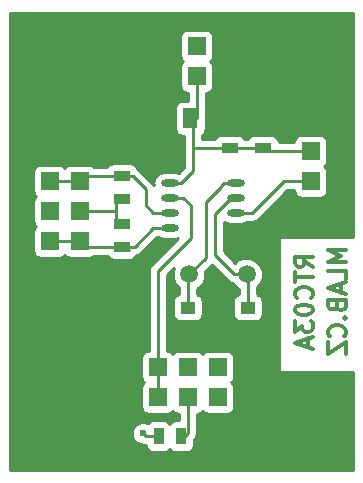
<source format=gbr>
%TF.GenerationSoftware,KiCad,Pcbnew,no-vcs-found-e5c4cfc~61~ubuntu16.04.1*%
%TF.CreationDate,2017-11-06T10:15:23+01:00*%
%TF.ProjectId,RTC03A,5254433033412E6B696361645F706362,REV*%
%TF.SameCoordinates,Original*%
%TF.FileFunction,Copper,L2,Bot,Signal*%
%TF.FilePolarity,Positive*%
%FSLAX46Y46*%
G04 Gerber Fmt 4.6, Leading zero omitted, Abs format (unit mm)*
G04 Created by KiCad (PCBNEW no-vcs-found-e5c4cfc~61~ubuntu16.04.1) date Mon Nov  6 10:15:23 2017*
%MOMM*%
%LPD*%
G01*
G04 APERTURE LIST*
%ADD10C,0.300000*%
%ADD11C,1.501140*%
%ADD12R,1.397000X0.889000*%
%ADD13R,1.300480X1.699260*%
%ADD14R,1.250000X1.000000*%
%ADD15O,1.473200X0.609600*%
%ADD16R,0.889000X1.397000*%
%ADD17C,6.000000*%
%ADD18R,1.524000X1.524000*%
%ADD19C,0.600000*%
%ADD20C,0.250000*%
%ADD21C,0.254000*%
%ADD22C,0.350000*%
G04 APERTURE END LIST*
D10*
X26332571Y17914572D02*
X25618285Y18414572D01*
X26332571Y18771715D02*
X24832571Y18771715D01*
X24832571Y18200286D01*
X24904000Y18057429D01*
X24975428Y17986000D01*
X25118285Y17914572D01*
X25332571Y17914572D01*
X25475428Y17986000D01*
X25546857Y18057429D01*
X25618285Y18200286D01*
X25618285Y18771715D01*
X24832571Y17486000D02*
X24832571Y16628858D01*
X26332571Y17057429D02*
X24832571Y17057429D01*
X26189714Y15271715D02*
X26261142Y15343143D01*
X26332571Y15557429D01*
X26332571Y15700286D01*
X26261142Y15914572D01*
X26118285Y16057429D01*
X25975428Y16128858D01*
X25689714Y16200286D01*
X25475428Y16200286D01*
X25189714Y16128858D01*
X25046857Y16057429D01*
X24904000Y15914572D01*
X24832571Y15700286D01*
X24832571Y15557429D01*
X24904000Y15343143D01*
X24975428Y15271715D01*
X24832571Y14343143D02*
X24832571Y14200286D01*
X24904000Y14057429D01*
X24975428Y13986000D01*
X25118285Y13914572D01*
X25404000Y13843143D01*
X25761142Y13843143D01*
X26046857Y13914572D01*
X26189714Y13986000D01*
X26261142Y14057429D01*
X26332571Y14200286D01*
X26332571Y14343143D01*
X26261142Y14486000D01*
X26189714Y14557429D01*
X26046857Y14628858D01*
X25761142Y14700286D01*
X25404000Y14700286D01*
X25118285Y14628858D01*
X24975428Y14557429D01*
X24904000Y14486000D01*
X24832571Y14343143D01*
X24832571Y13343143D02*
X24832571Y12414572D01*
X25404000Y12914572D01*
X25404000Y12700286D01*
X25475428Y12557429D01*
X25546857Y12486000D01*
X25689714Y12414572D01*
X26046857Y12414572D01*
X26189714Y12486000D01*
X26261142Y12557429D01*
X26332571Y12700286D01*
X26332571Y13128858D01*
X26261142Y13271715D01*
X26189714Y13343143D01*
X25904000Y11843143D02*
X25904000Y11128858D01*
X26332571Y11986000D02*
X24832571Y11486000D01*
X26332571Y10986000D01*
X29126571Y19307429D02*
X27626571Y19307429D01*
X28698000Y18807429D01*
X27626571Y18307429D01*
X29126571Y18307429D01*
X29126571Y16878858D02*
X29126571Y17593143D01*
X27626571Y17593143D01*
X28698000Y16450286D02*
X28698000Y15736000D01*
X29126571Y16593143D02*
X27626571Y16093143D01*
X29126571Y15593143D01*
X28340857Y14593143D02*
X28412285Y14378858D01*
X28483714Y14307429D01*
X28626571Y14236000D01*
X28840857Y14236000D01*
X28983714Y14307429D01*
X29055142Y14378858D01*
X29126571Y14521715D01*
X29126571Y15093143D01*
X27626571Y15093143D01*
X27626571Y14593143D01*
X27698000Y14450286D01*
X27769428Y14378858D01*
X27912285Y14307429D01*
X28055142Y14307429D01*
X28198000Y14378858D01*
X28269428Y14450286D01*
X28340857Y14593143D01*
X28340857Y15093143D01*
X28983714Y13593143D02*
X29055142Y13521715D01*
X29126571Y13593143D01*
X29055142Y13664572D01*
X28983714Y13593143D01*
X29126571Y13593143D01*
X28983714Y12021715D02*
X29055142Y12093143D01*
X29126571Y12307429D01*
X29126571Y12450286D01*
X29055142Y12664572D01*
X28912285Y12807429D01*
X28769428Y12878858D01*
X28483714Y12950286D01*
X28269428Y12950286D01*
X27983714Y12878858D01*
X27840857Y12807429D01*
X27698000Y12664572D01*
X27626571Y12450286D01*
X27626571Y12307429D01*
X27698000Y12093143D01*
X27769428Y12021715D01*
X27626571Y11521715D02*
X27626571Y10521715D01*
X29126571Y11521715D01*
X29126571Y10521715D01*
D11*
X15847060Y17272000D03*
X20728940Y17272000D03*
D12*
X22098000Y29908500D03*
X22098000Y28003500D03*
X19304000Y29908500D03*
X19304000Y28003500D03*
D13*
X15974060Y30480000D03*
X12473940Y30480000D03*
D14*
X20828000Y12462000D03*
X20828000Y14462000D03*
X15748000Y12462000D03*
X15748000Y14462000D03*
D15*
X14224000Y25019000D03*
X14224000Y23749000D03*
X14224000Y22479000D03*
X14224000Y21209000D03*
X19812000Y21209000D03*
X19812000Y22479000D03*
X19812000Y23749000D03*
X19812000Y25019000D03*
D16*
X15176500Y3556000D03*
X13271500Y3556000D03*
D12*
X10160000Y25590500D03*
X10160000Y23685500D03*
D17*
X25654000Y35306000D03*
X5334000Y35306000D03*
X25654000Y4826000D03*
X5334000Y4826000D03*
D18*
X18288000Y9398000D03*
X18288000Y6858000D03*
X15748000Y9398000D03*
X15748000Y6858000D03*
X13208000Y6858000D03*
X13208000Y9398000D03*
X6604000Y17526000D03*
X4064000Y17526000D03*
X6604000Y20066000D03*
X4064000Y20066000D03*
X6604000Y22606000D03*
X4064000Y22606000D03*
X6604000Y25146000D03*
X4064000Y25146000D03*
X6604000Y27686000D03*
X4064000Y27686000D03*
X13970000Y34036000D03*
X13970000Y36576000D03*
X16510000Y34036000D03*
X16510000Y36576000D03*
X19050000Y34036000D03*
X19050000Y36576000D03*
X26162000Y27686000D03*
X26162000Y25146000D03*
X26162000Y22606000D03*
D12*
X10160000Y21526500D03*
X10160000Y19621500D03*
D19*
X11938000Y3810000D03*
D20*
X12192000Y3556000D02*
X13271500Y3556000D01*
X11938000Y3810000D02*
X12192000Y3556000D01*
X16228060Y26036460D02*
X16228060Y27940000D01*
X19304000Y28003500D02*
X16291560Y28003500D01*
X16228060Y27940000D02*
X16228060Y29888370D01*
X16291560Y28003500D02*
X16228060Y27940000D01*
X22098000Y28003500D02*
X19304000Y28003500D01*
X26162000Y27686000D02*
X22415500Y27686000D01*
X22415500Y27686000D02*
X22098000Y28003500D01*
X16228060Y30988000D02*
X16228060Y29888370D01*
X14351000Y24892000D02*
X14224000Y25019000D01*
X14224000Y25019000D02*
X15210600Y25019000D01*
X15210600Y25019000D02*
X16228060Y26036460D01*
X9652000Y21272500D02*
X9652000Y22606000D01*
X9652000Y22606000D02*
X9652000Y23431500D01*
X6604000Y22606000D02*
X9652000Y22606000D01*
X14224000Y25019000D02*
X13792200Y25019000D01*
X16510000Y34036000D02*
X16510000Y30480000D01*
X15176500Y3556000D02*
X15494000Y3556000D01*
X15494000Y3556000D02*
X15748000Y3810000D01*
X15748000Y3810000D02*
X15748000Y6858000D01*
X18542000Y24638000D02*
X18542000Y24735600D01*
X18542000Y24735600D02*
X18825400Y25019000D01*
X18825400Y25019000D02*
X19812000Y25019000D01*
X17272000Y23368000D02*
X18542000Y24638000D01*
X17272000Y18696940D02*
X17272000Y23368000D01*
X15847060Y17272000D02*
X17272000Y18696940D01*
X15748000Y14462000D02*
X15748000Y17172940D01*
X15748000Y17172940D02*
X15847060Y17272000D01*
X20828000Y14462000D02*
X20828000Y17172940D01*
X20828000Y17172940D02*
X20728940Y17272000D01*
X18034000Y18905474D02*
X18034000Y22402800D01*
X18034000Y22402800D02*
X19380200Y23749000D01*
X19380200Y23749000D02*
X19812000Y23749000D01*
X20728940Y17272000D02*
X19667474Y17272000D01*
X19667474Y17272000D02*
X18034000Y18905474D01*
X13208000Y6858000D02*
X13208000Y7870000D01*
X13208000Y7870000D02*
X13208000Y9398000D01*
X16002000Y23114000D02*
X15367000Y23749000D01*
X15367000Y23749000D02*
X14224000Y23749000D01*
X16002000Y20320000D02*
X16002000Y23114000D01*
X13208000Y17526000D02*
X16002000Y20320000D01*
X13208000Y9398000D02*
X13208000Y17526000D01*
X10160000Y19621500D02*
X7048500Y19621500D01*
X7048500Y19621500D02*
X6604000Y20066000D01*
X10160000Y19621500D02*
X11239500Y19621500D01*
X12827000Y21209000D02*
X14224000Y21209000D01*
X11239500Y19621500D02*
X12827000Y21209000D01*
X6604000Y20066000D02*
X4064000Y20066000D01*
X10731500Y19367500D02*
X9652000Y19367500D01*
X10160000Y25590500D02*
X7048500Y25590500D01*
X7048500Y25590500D02*
X6604000Y25146000D01*
X10160000Y25590500D02*
X11112500Y25590500D01*
X12827000Y22479000D02*
X14224000Y22479000D01*
X12192000Y23114000D02*
X12827000Y22479000D01*
X12192000Y24511000D02*
X12192000Y23114000D01*
X11112500Y25590500D02*
X12192000Y24511000D01*
X6604000Y25146000D02*
X4064000Y25146000D01*
X14224000Y22479000D02*
X13792200Y22479000D01*
X21209000Y22479000D02*
X23876000Y25146000D01*
X23876000Y25146000D02*
X26162000Y25146000D01*
X19812000Y22479000D02*
X21209000Y22479000D01*
D21*
G36*
X29770000Y20449572D02*
X26658000Y20449572D01*
X26658000Y20447000D01*
X23622000Y20447000D01*
X23573399Y20437333D01*
X23532197Y20409803D01*
X23504667Y20368601D01*
X23495000Y20320000D01*
X23495000Y9144000D01*
X23504667Y9095399D01*
X23532197Y9054197D01*
X23573399Y9026667D01*
X23622000Y9017000D01*
X29770000Y9017000D01*
X29770000Y710000D01*
X710000Y710000D01*
X710000Y25908000D01*
X2654560Y25908000D01*
X2654560Y24384000D01*
X2703843Y24136235D01*
X2844191Y23926191D01*
X2919307Y23876000D01*
X2844191Y23825809D01*
X2703843Y23615765D01*
X2654560Y23368000D01*
X2654560Y21844000D01*
X2703843Y21596235D01*
X2844191Y21386191D01*
X2919307Y21336000D01*
X2844191Y21285809D01*
X2703843Y21075765D01*
X2654560Y20828000D01*
X2654560Y19304000D01*
X2703843Y19056235D01*
X2844191Y18846191D01*
X3054235Y18705843D01*
X3302000Y18656560D01*
X4826000Y18656560D01*
X5073765Y18705843D01*
X5283809Y18846191D01*
X5334000Y18921307D01*
X5384191Y18846191D01*
X5594235Y18705843D01*
X5842000Y18656560D01*
X7366000Y18656560D01*
X7613765Y18705843D01*
X7823809Y18846191D01*
X7834038Y18861500D01*
X8908602Y18861500D01*
X9003691Y18719191D01*
X9213735Y18578843D01*
X9461500Y18529560D01*
X10858500Y18529560D01*
X11106265Y18578843D01*
X11316309Y18719191D01*
X11437747Y18900934D01*
X11530339Y18919352D01*
X11776901Y19084099D01*
X13141802Y20449000D01*
X13243657Y20449000D01*
X13405683Y20340738D01*
X13765329Y20269200D01*
X14682671Y20269200D01*
X14924501Y20317303D01*
X12670599Y18063401D01*
X12505852Y17816839D01*
X12448000Y17526000D01*
X12448000Y10807440D01*
X12446000Y10807440D01*
X12198235Y10758157D01*
X11988191Y10617809D01*
X11847843Y10407765D01*
X11798560Y10160000D01*
X11798560Y8636000D01*
X11847843Y8388235D01*
X11988191Y8178191D01*
X12063307Y8128000D01*
X11988191Y8077809D01*
X11847843Y7867765D01*
X11798560Y7620000D01*
X11798560Y6096000D01*
X11847843Y5848235D01*
X11988191Y5638191D01*
X12198235Y5497843D01*
X12446000Y5448560D01*
X13970000Y5448560D01*
X14217765Y5497843D01*
X14427809Y5638191D01*
X14478000Y5713307D01*
X14528191Y5638191D01*
X14738235Y5497843D01*
X14986000Y5448560D01*
X14988000Y5448560D01*
X14988000Y4901940D01*
X14732000Y4901940D01*
X14484235Y4852657D01*
X14274191Y4712309D01*
X14224000Y4637193D01*
X14173809Y4712309D01*
X13963765Y4852657D01*
X13716000Y4901940D01*
X12827000Y4901940D01*
X12579235Y4852657D01*
X12369191Y4712309D01*
X12333125Y4658333D01*
X12124799Y4744838D01*
X11752833Y4745162D01*
X11409057Y4603117D01*
X11145808Y4340327D01*
X11003162Y3996799D01*
X11002838Y3624833D01*
X11144883Y3281057D01*
X11407673Y3017808D01*
X11751201Y2875162D01*
X11869421Y2875059D01*
X11901160Y2853852D01*
X12191784Y2796043D01*
X12228843Y2609735D01*
X12369191Y2399691D01*
X12579235Y2259343D01*
X12827000Y2210060D01*
X13716000Y2210060D01*
X13963765Y2259343D01*
X14173809Y2399691D01*
X14224000Y2474807D01*
X14274191Y2399691D01*
X14484235Y2259343D01*
X14732000Y2210060D01*
X15621000Y2210060D01*
X15868765Y2259343D01*
X16078809Y2399691D01*
X16219157Y2609735D01*
X16268440Y2857500D01*
X16268440Y3255638D01*
X16285401Y3272599D01*
X16450148Y3519160D01*
X16508000Y3810000D01*
X16508000Y5448560D01*
X16510000Y5448560D01*
X16757765Y5497843D01*
X16967809Y5638191D01*
X17018000Y5713307D01*
X17068191Y5638191D01*
X17278235Y5497843D01*
X17526000Y5448560D01*
X19050000Y5448560D01*
X19297765Y5497843D01*
X19507809Y5638191D01*
X19648157Y5848235D01*
X19697440Y6096000D01*
X19697440Y7620000D01*
X19648157Y7867765D01*
X19507809Y8077809D01*
X19432693Y8128000D01*
X19507809Y8178191D01*
X19648157Y8388235D01*
X19697440Y8636000D01*
X19697440Y10160000D01*
X19648157Y10407765D01*
X19507809Y10617809D01*
X19297765Y10758157D01*
X19050000Y10807440D01*
X17526000Y10807440D01*
X17278235Y10758157D01*
X17068191Y10617809D01*
X17018000Y10542693D01*
X16967809Y10617809D01*
X16757765Y10758157D01*
X16510000Y10807440D01*
X14986000Y10807440D01*
X14738235Y10758157D01*
X14528191Y10617809D01*
X14478000Y10542693D01*
X14427809Y10617809D01*
X14217765Y10758157D01*
X13970000Y10807440D01*
X13968000Y10807440D01*
X13968000Y17211198D01*
X14572586Y17815784D01*
X14461731Y17548816D01*
X14461250Y16997602D01*
X14671746Y16488163D01*
X14988000Y16171357D01*
X14988000Y15582587D01*
X14875235Y15560157D01*
X14665191Y15419809D01*
X14524843Y15209765D01*
X14475560Y14962000D01*
X14475560Y13962000D01*
X14524843Y13714235D01*
X14665191Y13504191D01*
X14875235Y13363843D01*
X15123000Y13314560D01*
X16373000Y13314560D01*
X16620765Y13363843D01*
X16830809Y13504191D01*
X16971157Y13714235D01*
X17020440Y13962000D01*
X17020440Y14962000D01*
X16971157Y15209765D01*
X16830809Y15419809D01*
X16620765Y15560157D01*
X16508000Y15582587D01*
X16508000Y16045906D01*
X16630897Y16096686D01*
X17021004Y16486113D01*
X17232389Y16995184D01*
X17232870Y17546398D01*
X17222166Y17572304D01*
X17757267Y18107405D01*
X19130073Y16734599D01*
X19376635Y16569852D01*
X19532700Y16538809D01*
X19553626Y16488163D01*
X19943053Y16098056D01*
X20068000Y16046173D01*
X20068000Y15582587D01*
X19955235Y15560157D01*
X19745191Y15419809D01*
X19604843Y15209765D01*
X19555560Y14962000D01*
X19555560Y13962000D01*
X19604843Y13714235D01*
X19745191Y13504191D01*
X19955235Y13363843D01*
X20203000Y13314560D01*
X21453000Y13314560D01*
X21700765Y13363843D01*
X21910809Y13504191D01*
X22051157Y13714235D01*
X22100440Y13962000D01*
X22100440Y14962000D01*
X22051157Y15209765D01*
X21910809Y15419809D01*
X21700765Y15560157D01*
X21588000Y15582587D01*
X21588000Y16171778D01*
X21902884Y16486113D01*
X22114269Y16995184D01*
X22114750Y17546398D01*
X21904254Y18055837D01*
X21514827Y18445944D01*
X21005756Y18657329D01*
X20454542Y18657810D01*
X19945103Y18447314D01*
X19755868Y18258408D01*
X18794000Y19220276D01*
X18794000Y21744162D01*
X18993683Y21610738D01*
X19353329Y21539200D01*
X20270671Y21539200D01*
X20630317Y21610738D01*
X20792343Y21719000D01*
X21209000Y21719000D01*
X21499839Y21776852D01*
X21746401Y21941599D01*
X24190802Y24386000D01*
X24752560Y24386000D01*
X24752560Y24384000D01*
X24801843Y24136235D01*
X24942191Y23926191D01*
X25152235Y23785843D01*
X25400000Y23736560D01*
X26924000Y23736560D01*
X27171765Y23785843D01*
X27381809Y23926191D01*
X27522157Y24136235D01*
X27571440Y24384000D01*
X27571440Y25908000D01*
X27522157Y26155765D01*
X27381809Y26365809D01*
X27306693Y26416000D01*
X27381809Y26466191D01*
X27522157Y26676235D01*
X27571440Y26924000D01*
X27571440Y28448000D01*
X27522157Y28695765D01*
X27381809Y28905809D01*
X27171765Y29046157D01*
X26924000Y29095440D01*
X25400000Y29095440D01*
X25152235Y29046157D01*
X24942191Y28905809D01*
X24801843Y28695765D01*
X24752560Y28448000D01*
X24752560Y28446000D01*
X23443940Y28446000D01*
X23443940Y28448000D01*
X23394657Y28695765D01*
X23254309Y28905809D01*
X23044265Y29046157D01*
X22796500Y29095440D01*
X21399500Y29095440D01*
X21151735Y29046157D01*
X20941691Y28905809D01*
X20846602Y28763500D01*
X20555398Y28763500D01*
X20460309Y28905809D01*
X20250265Y29046157D01*
X20002500Y29095440D01*
X18605500Y29095440D01*
X18357735Y29046157D01*
X18147691Y28905809D01*
X18052602Y28763500D01*
X16988060Y28763500D01*
X16988060Y29109719D01*
X17082109Y29172561D01*
X17222457Y29382605D01*
X17271740Y29630370D01*
X17271740Y31329630D01*
X17270000Y31338378D01*
X17270000Y32626560D01*
X17272000Y32626560D01*
X17519765Y32675843D01*
X17729809Y32816191D01*
X17870157Y33026235D01*
X17919440Y33274000D01*
X17919440Y34798000D01*
X17870157Y35045765D01*
X17729809Y35255809D01*
X17654693Y35306000D01*
X17729809Y35356191D01*
X17870157Y35566235D01*
X17919440Y35814000D01*
X17919440Y37338000D01*
X17870157Y37585765D01*
X17729809Y37795809D01*
X17519765Y37936157D01*
X17272000Y37985440D01*
X15748000Y37985440D01*
X15500235Y37936157D01*
X15290191Y37795809D01*
X15149843Y37585765D01*
X15100560Y37338000D01*
X15100560Y35814000D01*
X15149843Y35566235D01*
X15290191Y35356191D01*
X15365307Y35306000D01*
X15290191Y35255809D01*
X15149843Y35045765D01*
X15100560Y34798000D01*
X15100560Y33274000D01*
X15149843Y33026235D01*
X15290191Y32816191D01*
X15500235Y32675843D01*
X15748000Y32626560D01*
X15750000Y32626560D01*
X15750000Y31977070D01*
X15323820Y31977070D01*
X15076055Y31927787D01*
X14866011Y31787439D01*
X14725663Y31577395D01*
X14676380Y31329630D01*
X14676380Y29630370D01*
X14725663Y29382605D01*
X14866011Y29172561D01*
X15076055Y29032213D01*
X15323820Y28982930D01*
X15468060Y28982930D01*
X15468060Y26351262D01*
X15010407Y25893609D01*
X14682671Y25958800D01*
X13765329Y25958800D01*
X13405683Y25887262D01*
X13100790Y25683539D01*
X12897067Y25378646D01*
X12825529Y25019000D01*
X12857949Y24856015D01*
X12729401Y25048401D01*
X11649901Y26127901D01*
X11462562Y26253076D01*
X11456657Y26282765D01*
X11316309Y26492809D01*
X11106265Y26633157D01*
X10858500Y26682440D01*
X9461500Y26682440D01*
X9213735Y26633157D01*
X9003691Y26492809D01*
X8908602Y26350500D01*
X7834038Y26350500D01*
X7823809Y26365809D01*
X7613765Y26506157D01*
X7366000Y26555440D01*
X5842000Y26555440D01*
X5594235Y26506157D01*
X5384191Y26365809D01*
X5334000Y26290693D01*
X5283809Y26365809D01*
X5073765Y26506157D01*
X4826000Y26555440D01*
X3302000Y26555440D01*
X3054235Y26506157D01*
X2844191Y26365809D01*
X2703843Y26155765D01*
X2654560Y25908000D01*
X710000Y25908000D01*
X710000Y39422000D01*
X29770000Y39422000D01*
X29770000Y20449572D01*
X29770000Y20449572D01*
G37*
X29770000Y20449572D02*
X26658000Y20449572D01*
X26658000Y20447000D01*
X23622000Y20447000D01*
X23573399Y20437333D01*
X23532197Y20409803D01*
X23504667Y20368601D01*
X23495000Y20320000D01*
X23495000Y9144000D01*
X23504667Y9095399D01*
X23532197Y9054197D01*
X23573399Y9026667D01*
X23622000Y9017000D01*
X29770000Y9017000D01*
X29770000Y710000D01*
X710000Y710000D01*
X710000Y25908000D01*
X2654560Y25908000D01*
X2654560Y24384000D01*
X2703843Y24136235D01*
X2844191Y23926191D01*
X2919307Y23876000D01*
X2844191Y23825809D01*
X2703843Y23615765D01*
X2654560Y23368000D01*
X2654560Y21844000D01*
X2703843Y21596235D01*
X2844191Y21386191D01*
X2919307Y21336000D01*
X2844191Y21285809D01*
X2703843Y21075765D01*
X2654560Y20828000D01*
X2654560Y19304000D01*
X2703843Y19056235D01*
X2844191Y18846191D01*
X3054235Y18705843D01*
X3302000Y18656560D01*
X4826000Y18656560D01*
X5073765Y18705843D01*
X5283809Y18846191D01*
X5334000Y18921307D01*
X5384191Y18846191D01*
X5594235Y18705843D01*
X5842000Y18656560D01*
X7366000Y18656560D01*
X7613765Y18705843D01*
X7823809Y18846191D01*
X7834038Y18861500D01*
X8908602Y18861500D01*
X9003691Y18719191D01*
X9213735Y18578843D01*
X9461500Y18529560D01*
X10858500Y18529560D01*
X11106265Y18578843D01*
X11316309Y18719191D01*
X11437747Y18900934D01*
X11530339Y18919352D01*
X11776901Y19084099D01*
X13141802Y20449000D01*
X13243657Y20449000D01*
X13405683Y20340738D01*
X13765329Y20269200D01*
X14682671Y20269200D01*
X14924501Y20317303D01*
X12670599Y18063401D01*
X12505852Y17816839D01*
X12448000Y17526000D01*
X12448000Y10807440D01*
X12446000Y10807440D01*
X12198235Y10758157D01*
X11988191Y10617809D01*
X11847843Y10407765D01*
X11798560Y10160000D01*
X11798560Y8636000D01*
X11847843Y8388235D01*
X11988191Y8178191D01*
X12063307Y8128000D01*
X11988191Y8077809D01*
X11847843Y7867765D01*
X11798560Y7620000D01*
X11798560Y6096000D01*
X11847843Y5848235D01*
X11988191Y5638191D01*
X12198235Y5497843D01*
X12446000Y5448560D01*
X13970000Y5448560D01*
X14217765Y5497843D01*
X14427809Y5638191D01*
X14478000Y5713307D01*
X14528191Y5638191D01*
X14738235Y5497843D01*
X14986000Y5448560D01*
X14988000Y5448560D01*
X14988000Y4901940D01*
X14732000Y4901940D01*
X14484235Y4852657D01*
X14274191Y4712309D01*
X14224000Y4637193D01*
X14173809Y4712309D01*
X13963765Y4852657D01*
X13716000Y4901940D01*
X12827000Y4901940D01*
X12579235Y4852657D01*
X12369191Y4712309D01*
X12333125Y4658333D01*
X12124799Y4744838D01*
X11752833Y4745162D01*
X11409057Y4603117D01*
X11145808Y4340327D01*
X11003162Y3996799D01*
X11002838Y3624833D01*
X11144883Y3281057D01*
X11407673Y3017808D01*
X11751201Y2875162D01*
X11869421Y2875059D01*
X11901160Y2853852D01*
X12191784Y2796043D01*
X12228843Y2609735D01*
X12369191Y2399691D01*
X12579235Y2259343D01*
X12827000Y2210060D01*
X13716000Y2210060D01*
X13963765Y2259343D01*
X14173809Y2399691D01*
X14224000Y2474807D01*
X14274191Y2399691D01*
X14484235Y2259343D01*
X14732000Y2210060D01*
X15621000Y2210060D01*
X15868765Y2259343D01*
X16078809Y2399691D01*
X16219157Y2609735D01*
X16268440Y2857500D01*
X16268440Y3255638D01*
X16285401Y3272599D01*
X16450148Y3519160D01*
X16508000Y3810000D01*
X16508000Y5448560D01*
X16510000Y5448560D01*
X16757765Y5497843D01*
X16967809Y5638191D01*
X17018000Y5713307D01*
X17068191Y5638191D01*
X17278235Y5497843D01*
X17526000Y5448560D01*
X19050000Y5448560D01*
X19297765Y5497843D01*
X19507809Y5638191D01*
X19648157Y5848235D01*
X19697440Y6096000D01*
X19697440Y7620000D01*
X19648157Y7867765D01*
X19507809Y8077809D01*
X19432693Y8128000D01*
X19507809Y8178191D01*
X19648157Y8388235D01*
X19697440Y8636000D01*
X19697440Y10160000D01*
X19648157Y10407765D01*
X19507809Y10617809D01*
X19297765Y10758157D01*
X19050000Y10807440D01*
X17526000Y10807440D01*
X17278235Y10758157D01*
X17068191Y10617809D01*
X17018000Y10542693D01*
X16967809Y10617809D01*
X16757765Y10758157D01*
X16510000Y10807440D01*
X14986000Y10807440D01*
X14738235Y10758157D01*
X14528191Y10617809D01*
X14478000Y10542693D01*
X14427809Y10617809D01*
X14217765Y10758157D01*
X13970000Y10807440D01*
X13968000Y10807440D01*
X13968000Y17211198D01*
X14572586Y17815784D01*
X14461731Y17548816D01*
X14461250Y16997602D01*
X14671746Y16488163D01*
X14988000Y16171357D01*
X14988000Y15582587D01*
X14875235Y15560157D01*
X14665191Y15419809D01*
X14524843Y15209765D01*
X14475560Y14962000D01*
X14475560Y13962000D01*
X14524843Y13714235D01*
X14665191Y13504191D01*
X14875235Y13363843D01*
X15123000Y13314560D01*
X16373000Y13314560D01*
X16620765Y13363843D01*
X16830809Y13504191D01*
X16971157Y13714235D01*
X17020440Y13962000D01*
X17020440Y14962000D01*
X16971157Y15209765D01*
X16830809Y15419809D01*
X16620765Y15560157D01*
X16508000Y15582587D01*
X16508000Y16045906D01*
X16630897Y16096686D01*
X17021004Y16486113D01*
X17232389Y16995184D01*
X17232870Y17546398D01*
X17222166Y17572304D01*
X17757267Y18107405D01*
X19130073Y16734599D01*
X19376635Y16569852D01*
X19532700Y16538809D01*
X19553626Y16488163D01*
X19943053Y16098056D01*
X20068000Y16046173D01*
X20068000Y15582587D01*
X19955235Y15560157D01*
X19745191Y15419809D01*
X19604843Y15209765D01*
X19555560Y14962000D01*
X19555560Y13962000D01*
X19604843Y13714235D01*
X19745191Y13504191D01*
X19955235Y13363843D01*
X20203000Y13314560D01*
X21453000Y13314560D01*
X21700765Y13363843D01*
X21910809Y13504191D01*
X22051157Y13714235D01*
X22100440Y13962000D01*
X22100440Y14962000D01*
X22051157Y15209765D01*
X21910809Y15419809D01*
X21700765Y15560157D01*
X21588000Y15582587D01*
X21588000Y16171778D01*
X21902884Y16486113D01*
X22114269Y16995184D01*
X22114750Y17546398D01*
X21904254Y18055837D01*
X21514827Y18445944D01*
X21005756Y18657329D01*
X20454542Y18657810D01*
X19945103Y18447314D01*
X19755868Y18258408D01*
X18794000Y19220276D01*
X18794000Y21744162D01*
X18993683Y21610738D01*
X19353329Y21539200D01*
X20270671Y21539200D01*
X20630317Y21610738D01*
X20792343Y21719000D01*
X21209000Y21719000D01*
X21499839Y21776852D01*
X21746401Y21941599D01*
X24190802Y24386000D01*
X24752560Y24386000D01*
X24752560Y24384000D01*
X24801843Y24136235D01*
X24942191Y23926191D01*
X25152235Y23785843D01*
X25400000Y23736560D01*
X26924000Y23736560D01*
X27171765Y23785843D01*
X27381809Y23926191D01*
X27522157Y24136235D01*
X27571440Y24384000D01*
X27571440Y25908000D01*
X27522157Y26155765D01*
X27381809Y26365809D01*
X27306693Y26416000D01*
X27381809Y26466191D01*
X27522157Y26676235D01*
X27571440Y26924000D01*
X27571440Y28448000D01*
X27522157Y28695765D01*
X27381809Y28905809D01*
X27171765Y29046157D01*
X26924000Y29095440D01*
X25400000Y29095440D01*
X25152235Y29046157D01*
X24942191Y28905809D01*
X24801843Y28695765D01*
X24752560Y28448000D01*
X24752560Y28446000D01*
X23443940Y28446000D01*
X23443940Y28448000D01*
X23394657Y28695765D01*
X23254309Y28905809D01*
X23044265Y29046157D01*
X22796500Y29095440D01*
X21399500Y29095440D01*
X21151735Y29046157D01*
X20941691Y28905809D01*
X20846602Y28763500D01*
X20555398Y28763500D01*
X20460309Y28905809D01*
X20250265Y29046157D01*
X20002500Y29095440D01*
X18605500Y29095440D01*
X18357735Y29046157D01*
X18147691Y28905809D01*
X18052602Y28763500D01*
X16988060Y28763500D01*
X16988060Y29109719D01*
X17082109Y29172561D01*
X17222457Y29382605D01*
X17271740Y29630370D01*
X17271740Y31329630D01*
X17270000Y31338378D01*
X17270000Y32626560D01*
X17272000Y32626560D01*
X17519765Y32675843D01*
X17729809Y32816191D01*
X17870157Y33026235D01*
X17919440Y33274000D01*
X17919440Y34798000D01*
X17870157Y35045765D01*
X17729809Y35255809D01*
X17654693Y35306000D01*
X17729809Y35356191D01*
X17870157Y35566235D01*
X17919440Y35814000D01*
X17919440Y37338000D01*
X17870157Y37585765D01*
X17729809Y37795809D01*
X17519765Y37936157D01*
X17272000Y37985440D01*
X15748000Y37985440D01*
X15500235Y37936157D01*
X15290191Y37795809D01*
X15149843Y37585765D01*
X15100560Y37338000D01*
X15100560Y35814000D01*
X15149843Y35566235D01*
X15290191Y35356191D01*
X15365307Y35306000D01*
X15290191Y35255809D01*
X15149843Y35045765D01*
X15100560Y34798000D01*
X15100560Y33274000D01*
X15149843Y33026235D01*
X15290191Y32816191D01*
X15500235Y32675843D01*
X15748000Y32626560D01*
X15750000Y32626560D01*
X15750000Y31977070D01*
X15323820Y31977070D01*
X15076055Y31927787D01*
X14866011Y31787439D01*
X14725663Y31577395D01*
X14676380Y31329630D01*
X14676380Y29630370D01*
X14725663Y29382605D01*
X14866011Y29172561D01*
X15076055Y29032213D01*
X15323820Y28982930D01*
X15468060Y28982930D01*
X15468060Y26351262D01*
X15010407Y25893609D01*
X14682671Y25958800D01*
X13765329Y25958800D01*
X13405683Y25887262D01*
X13100790Y25683539D01*
X12897067Y25378646D01*
X12825529Y25019000D01*
X12857949Y24856015D01*
X12729401Y25048401D01*
X11649901Y26127901D01*
X11462562Y26253076D01*
X11456657Y26282765D01*
X11316309Y26492809D01*
X11106265Y26633157D01*
X10858500Y26682440D01*
X9461500Y26682440D01*
X9213735Y26633157D01*
X9003691Y26492809D01*
X8908602Y26350500D01*
X7834038Y26350500D01*
X7823809Y26365809D01*
X7613765Y26506157D01*
X7366000Y26555440D01*
X5842000Y26555440D01*
X5594235Y26506157D01*
X5384191Y26365809D01*
X5334000Y26290693D01*
X5283809Y26365809D01*
X5073765Y26506157D01*
X4826000Y26555440D01*
X3302000Y26555440D01*
X3054235Y26506157D01*
X2844191Y26365809D01*
X2703843Y26155765D01*
X2654560Y25908000D01*
X710000Y25908000D01*
X710000Y39422000D01*
X29770000Y39422000D01*
X29770000Y20449572D01*
D22*
X11938000Y3810000D03*
X15847060Y17272000D03*
X20728940Y17272000D03*
X25654000Y35306000D03*
X5334000Y35306000D03*
X25654000Y4826000D03*
X5334000Y4826000D03*
X18288000Y9398000D03*
X18288000Y6858000D03*
X15748000Y9398000D03*
X15748000Y6858000D03*
X13208000Y6858000D03*
X13208000Y9398000D03*
X6604000Y17526000D03*
X4064000Y17526000D03*
X6604000Y20066000D03*
X4064000Y20066000D03*
X6604000Y22606000D03*
X4064000Y22606000D03*
X6604000Y25146000D03*
X4064000Y25146000D03*
X6604000Y27686000D03*
X4064000Y27686000D03*
X13970000Y34036000D03*
X13970000Y36576000D03*
X16510000Y34036000D03*
X16510000Y36576000D03*
X19050000Y34036000D03*
X19050000Y36576000D03*
X26162000Y27686000D03*
X26162000Y25146000D03*
X26162000Y22606000D03*
M02*

</source>
